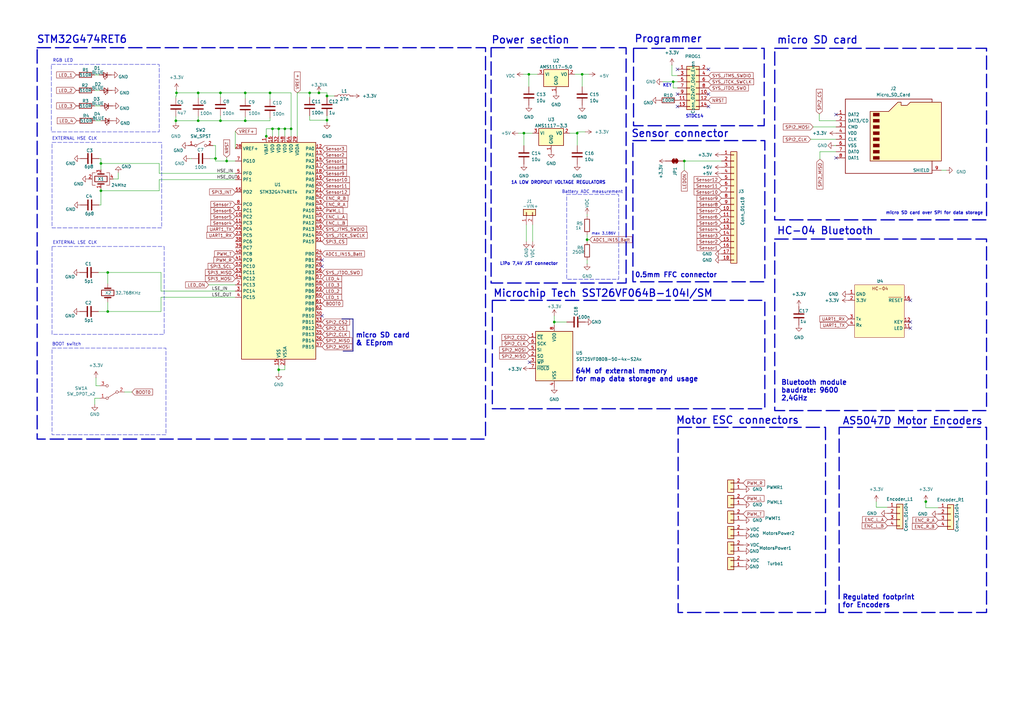
<source format=kicad_sch>
(kicad_sch (version 20231120) (generator "eeschema") (generator_version "8.0")
  (paper "A3")
  (junction (at 127 38.1))
  (junction (at 100.584 38.1))
  (junction (at 72.136 49.53))
  (junction (at 227.33 132.08))
  (junction (at 280.67 66.04))
  (junction (at 41.402 67.056))
  (junction (at 379.73 205.74))
  (junction (at 44.196 111.76))
  (junction (at 111.76 52.832))
  (junction (at 236.728 54.61))
  (junction (at 72.39 38.1))
  (junction (at 116.84 52.832))
  (junction (at 90.424 49.53))
  (junction (at 41.402 78.232))
  (junction (at 90.424 38.1))
  (junction (at 238.76 30.48))
  (junction (at 100.584 49.53))
  (junction (at 134.112 49.276))
  (junction (at 109.22 55.88))
  (junction (at 110.744 38.1))
  (junction (at 114.3 151.638))
  (junction (at 81.28 38.1))
  (junction (at 134.112 39.37))
  (junction (at 216.916 30.48))
  (junction (at 119.38 52.832))
  (junction (at 214.884 54.61))
  (junction (at 88.392 65.024))
  (junction (at 114.3 52.832))
  (junction (at 92.964 66.04))
  (junction (at 81.28 49.53))
  (junction (at 276.098 33.528))
  (junction (at 130.81 38.1))
  (junction (at 44.196 127.762))
  (junction (at 240.792 98.298))
  (no_connect (at 132.08 109.22))
  (no_connect (at 217.17 148.59))
  (no_connect (at 277.876 28.448))
  (no_connect (at 277.876 38.608))
  (no_connect (at 290.576 38.608))
  (no_connect (at 290.576 28.448))
  (no_connect (at 342.9 46.99))
  (no_connect (at 132.08 106.68))
  (no_connect (at 277.876 43.688))
  (no_connect (at 132.08 129.54))
  (no_connect (at 373.38 132.08))
  (no_connect (at 373.38 134.62))
  (no_connect (at 342.9 64.77))
  (no_connect (at 290.576 43.688))
  (no_connect (at 373.38 123.19))
  (wire (pts (xy 110.744 38.1) (xy 110.744 40.64)))
  (wire (pts (xy 40.894 163.322) (xy 38.862 163.322)))
  (wire (pts (xy 96.52 53.848) (xy 96.52 60.96)))
  (wire (pts (xy 109.22 55.88) (xy 109.22 52.832)))
  (wire (pts (xy 66.04 127.762) (xy 66.04 121.92)))
  (wire (pts (xy 66.04 121.92) (xy 96.52 121.92)))
  (wire (pts (xy 65.278 73.66) (xy 96.52 73.66)))
  (wire (pts (xy 127 39.878) (xy 127 38.1)))
  (wire (pts (xy 116.84 52.832) (xy 116.84 55.88)))
  (bus (pts (xy 144.78 130.81) (xy 144.78 144.018)))
  (wire (pts (xy 232.41 132.08) (xy 227.33 132.08)))
  (wire (pts (xy 111.76 55.88) (xy 111.76 52.832)))
  (wire (pts (xy 119.38 55.88) (xy 119.38 52.832)))
  (wire (pts (xy 66.04 119.38) (xy 66.04 111.76)))
  (wire (pts (xy 134.112 39.37) (xy 134.112 39.878)))
  (wire (pts (xy 332.486 57.15) (xy 342.9 57.15)))
  (wire (pts (xy 240.792 106.68) (xy 240.792 108.204)))
  (wire (pts (xy 81.28 47.752) (xy 81.28 49.53)))
  (wire (pts (xy 277.876 36.068) (xy 276.098 36.068)))
  (wire (pts (xy 72.39 39.37) (xy 72.136 39.37)))
  (wire (pts (xy 72.39 38.1) (xy 72.39 39.37)))
  (wire (pts (xy 240.792 87.884) (xy 240.792 88.646)))
  (wire (pts (xy 109.22 52.832) (xy 111.76 52.832)))
  (wire (pts (xy 41.402 84.074) (xy 40.64 84.074)))
  (bus (pts (xy 140.208 130.81) (xy 144.78 130.81)))
  (wire (pts (xy 216.916 30.48) (xy 220.472 30.48)))
  (wire (pts (xy 342.9 62.23) (xy 336.296 62.23)))
  (wire (pts (xy 72.136 47.752) (xy 72.136 49.53)))
  (wire (pts (xy 127 38.1) (xy 130.81 38.1)))
  (wire (pts (xy 114.3 52.832) (xy 114.3 55.88)))
  (wire (pts (xy 72.136 39.37) (xy 72.136 40.132)))
  (wire (pts (xy 137.16 39.37) (xy 134.112 39.37)))
  (wire (pts (xy 72.39 36.83) (xy 72.39 38.1)))
  (bus (pts (xy 144.78 144.018) (xy 140.716 144.018)))
  (wire (pts (xy 275.59 30.988) (xy 277.876 30.988)))
  (wire (pts (xy 40.386 127.762) (xy 44.196 127.762)))
  (wire (pts (xy 114.3 151.638) (xy 114.3 149.86)))
  (wire (pts (xy 236.728 54.61) (xy 236.728 59.69)))
  (wire (pts (xy 38.862 30.734) (xy 40.64 30.734)))
  (wire (pts (xy 215.9 92.202) (xy 215.9 99.06)))
  (wire (pts (xy 88.392 59.69) (xy 88.392 65.024)))
  (wire (pts (xy 77.724 65.024) (xy 78.486 65.024)))
  (wire (pts (xy 121.92 38.1) (xy 121.92 55.88)))
  (wire (pts (xy 236.728 54.102) (xy 240.03 54.102)))
  (wire (pts (xy 44.196 111.76) (xy 66.04 111.76)))
  (wire (pts (xy 110.744 38.1) (xy 100.584 38.1)))
  (wire (pts (xy 233.68 54.61) (xy 236.728 54.61)))
  (wire (pts (xy 88.392 59.69) (xy 87.376 59.69)))
  (wire (pts (xy 38.862 163.322) (xy 38.862 165.862)))
  (wire (pts (xy 110.744 48.26) (xy 110.744 49.53)))
  (wire (pts (xy 85.598 116.84) (xy 96.52 116.84)))
  (wire (pts (xy 114.3 151.638) (xy 116.84 151.638)))
  (wire (pts (xy 342.9 49.53) (xy 336.042 49.53)))
  (wire (pts (xy 240.792 98.298) (xy 241.808 98.298)))
  (wire (pts (xy 92.964 66.04) (xy 96.52 66.04)))
  (wire (pts (xy 65.278 67.056) (xy 41.402 67.056)))
  (wire (pts (xy 227.33 132.08) (xy 227.33 133.35)))
  (wire (pts (xy 90.424 38.1) (xy 90.424 39.878)))
  (wire (pts (xy 90.424 49.53) (xy 100.584 49.53)))
  (wire (pts (xy 92.964 64.516) (xy 92.964 66.04)))
  (wire (pts (xy 88.392 65.024) (xy 86.106 65.024)))
  (wire (pts (xy 90.424 47.498) (xy 90.424 49.53)))
  (wire (pts (xy 109.22 56.134) (xy 109.22 55.88)))
  (wire (pts (xy 119.38 52.832) (xy 119.38 38.1)))
  (wire (pts (xy 65.278 67.056) (xy 65.278 71.12)))
  (wire (pts (xy 238.76 30.48) (xy 241.554 30.48)))
  (wire (pts (xy 336.042 46.736) (xy 336.042 49.53)))
  (wire (pts (xy 134.112 47.498) (xy 134.112 49.276)))
  (wire (pts (xy 121.92 38.1) (xy 127 38.1)))
  (wire (pts (xy 90.424 38.1) (xy 81.28 38.1)))
  (wire (pts (xy 116.84 151.638) (xy 116.84 149.86)))
  (wire (pts (xy 280.67 66.04) (xy 295.91 66.04)))
  (wire (pts (xy 130.81 38.1) (xy 134.112 38.1)))
  (wire (pts (xy 235.712 30.48) (xy 238.76 30.48)))
  (wire (pts (xy 72.39 38.1) (xy 81.28 38.1)))
  (wire (pts (xy 41.402 77.216) (xy 41.402 78.232)))
  (wire (pts (xy 218.44 92.202) (xy 218.44 99.06)))
  (wire (pts (xy 72.136 49.53) (xy 81.28 49.53)))
  (wire (pts (xy 214.63 30.48) (xy 216.916 30.48)))
  (wire (pts (xy 276.098 33.528) (xy 277.876 33.528)))
  (wire (pts (xy 65.278 73.66) (xy 65.278 78.232)))
  (wire (pts (xy 342.9 59.69) (xy 342.138 59.69)))
  (wire (pts (xy 38.862 37.084) (xy 40.894 37.084)))
  (wire (pts (xy 127 49.276) (xy 134.112 49.276)))
  (wire (pts (xy 134.112 38.1) (xy 134.112 39.37)))
  (wire (pts (xy 134.112 49.276) (xy 134.112 50.292)))
  (wire (pts (xy 114.3 52.832) (xy 116.84 52.832)))
  (wire (pts (xy 65.278 78.232) (xy 41.402 78.232)))
  (wire (pts (xy 72.136 50.292) (xy 72.136 49.53)))
  (wire (pts (xy 379.73 208.28) (xy 384.81 208.28)))
  (wire (pts (xy 66.04 119.38) (xy 96.52 119.38)))
  (wire (pts (xy 114.3 153.162) (xy 114.3 151.638)))
  (wire (pts (xy 386.08 69.85) (xy 388.112 69.85)))
  (wire (pts (xy 240.792 98.298) (xy 240.792 99.06)))
  (wire (pts (xy 100.584 49.53) (xy 110.744 49.53)))
  (wire (pts (xy 40.894 158.242) (xy 39.37 158.242)))
  (wire (pts (xy 100.584 48.006) (xy 100.584 49.53)))
  (wire (pts (xy 214.884 54.61) (xy 218.44 54.61)))
  (wire (pts (xy 111.76 52.832) (xy 114.3 52.832)))
  (wire (pts (xy 100.584 38.1) (xy 90.424 38.1)))
  (wire (pts (xy 51.054 160.782) (xy 54.102 160.782)))
  (wire (pts (xy 40.386 111.76) (xy 44.196 111.76)))
  (wire (pts (xy 336.296 62.23) (xy 336.296 65.278)))
  (wire (pts (xy 48.514 73.406) (xy 46.482 73.406)))
  (wire (pts (xy 275.59 26.67) (xy 275.59 30.988)))
  (wire (pts (xy 359.41 205.74) (xy 359.41 208.026)))
  (wire (pts (xy 44.196 116.332) (xy 44.196 111.76)))
  (wire (pts (xy 214.884 54.61) (xy 214.884 59.69)))
  (wire (pts (xy 81.28 38.1) (xy 81.28 40.132)))
  (wire (pts (xy 359.41 208.026) (xy 363.982 208.026)))
  (wire (pts (xy 44.196 123.952) (xy 44.196 127.762)))
  (wire (pts (xy 38.862 43.434) (xy 41.148 43.434)))
  (wire (pts (xy 81.28 49.53) (xy 90.424 49.53)))
  (wire (pts (xy 271.78 33.528) (xy 276.098 33.528)))
  (wire (pts (xy 116.84 52.832) (xy 119.38 52.832)))
  (wire (pts (xy 240.792 96.266) (xy 240.792 98.298)))
  (wire (pts (xy 379.73 205.74) (xy 379.73 208.28)))
  (wire (pts (xy 280.67 69.85) (xy 280.67 66.04)))
  (wire (pts (xy 41.402 65.024) (xy 41.402 67.056)))
  (wire (pts (xy 39.116 49.53) (xy 41.402 49.53)))
  (wire (pts (xy 48.514 70.866) (xy 48.514 73.406)))
  (wire (pts (xy 39.37 154.94) (xy 39.37 158.242)))
  (wire (pts (xy 119.38 38.1) (xy 110.744 38.1)))
  (wire (pts (xy 276.098 36.068) (xy 276.098 33.528)))
  (wire (pts (xy 127 49.276) (xy 127 47.498)))
  (wire (pts (xy 88.392 66.04) (xy 88.392 65.024)))
  (wire (pts (xy 236.728 54.102) (xy 236.728 54.61)))
  (wire (pts (xy 44.196 127.762) (xy 66.04 127.762)))
  (wire (pts (xy 41.402 67.056) (xy 41.402 69.596)))
  (wire (pts (xy 333.502 52.07) (xy 342.9 52.07)))
  (wire (pts (xy 41.402 78.232) (xy 41.402 84.074)))
  (wire (pts (xy 212.598 54.61) (xy 214.884 54.61)))
  (wire (pts (xy 216.916 30.48) (xy 216.916 35.56)))
  (wire (pts (xy 227.33 129.54) (xy 227.33 132.08)))
  (wire (pts (xy 238.76 30.48) (xy 238.76 35.56)))
  (wire (pts (xy 65.278 71.12) (xy 96.52 71.12)))
  (wire (pts (xy 379.73 205.486) (xy 379.73 205.74)))
  (wire (pts (xy 92.964 66.04) (xy 88.392 66.04)))
  (wire (pts (xy 100.584 38.1) (xy 100.584 40.386)))
  (wire (pts (xy 40.64 65.024) (xy 41.402 65.024)))
  (rectangle (start 317.754 19.812) (end 404.622 90.17) (stroke (width 0.5) (type dash)))
  (rectangle (start 317.754 98.044) (end 404.622 168.402) (stroke (width 0.5) (type dash)))
  (rectangle (start 259.588 57.658) (end 313.69 115.57) (stroke (width 0.5) (type dash)))
  (rectangle (start 21.336 142.748) (end 68.072 178.308) (stroke (width 0) (type dash)))
  (rectangle (start 21.082 26.416) (end 65.278 54.102) (stroke (width 0) (type dash)))
  (rectangle (start 201.93 123.19) (end 313.69 167.64) (stroke (width 0.5) (type dash)))
  (rectangle (start 21.336 58.42) (end 66.294 93.472) (stroke (width 0) (type dash)))
  (rectangle (start 344.17 175.26) (end 404.622 251.206) (stroke (width 0.5) (type dash)))
  (rectangle (start 21.336 101.092) (end 67.31 137.16) (stroke (width 0) (type dash)))
  (rectangle (start 15.24 19.558) (end 199.136 180.086) (stroke (width 0.5) (type dash)))
  (rectangle (start 232.41 79.756) (end 253.746 114.554) (stroke (width 0) (type dash)))
  (rectangle (start 278.13 175.26) (end 338.582 251.206) (stroke (width 0.5) (type dash)))
  (rectangle (start 201.422 19.558) (end 256.794 116.078) (stroke (width 0.5) (type dash)))
  (rectangle (start 259.842 19.812) (end 313.436 51.562) (stroke (width 0.5) (type dash)))
  (text "Bluetooth module\nbaudrate: 9600\n2,4GHz" (at 320.294 164.592 0) (effects (font (size 2 2) (thickness 0.4) (bold yes)) (justify left bottom)))
  (text "Regulated footprint\nfor Encoders" (at 345.44 249.428 0) (effects (font (size 2 2) (thickness 0.4) (bold yes)) (justify left bottom)))
  (text "RGB LED " (at 21.59 25.654 0) (effects (font (size 1.27 1.27)) (justify left bottom)))
  (text "HC-04 Bluetooth" (at 318.516 96.52 0) (effects (font (size 3 3) (thickness 0.454) (bold yes)) (justify left bottom)))
  (text "EXTERNAL LSE CLK" (at 21.59 100.33 0) (effects (font (size 1.27 1.27)) (justify left bottom)))
  (text "max 3,186V" (at 242.57 96.52 0) (effects (font (size 1.1 1.1)) (justify left bottom)))
  (text "EXTERNAL HSE CLK" (at 21.336 57.658 0) (effects (font (size 1.27 1.27)) (justify left bottom)))
  (text "micro SD card \n& EEprom\n" (at 145.796 141.986 0) (effects (font (size 2 2) (thickness 0.4) (bold yes)) (justify left bottom)))
  (text "LiPo 7,4V JST connector\n" (at 204.978 108.966 0) (effects (font (size 1.27 1.27) (thickness 0.254) (bold yes)) (justify left bottom)))
  (text "64M of external memory \nfor map data storage and usage" (at 235.966 156.718 0) (effects (font (size 2 2) (thickness 0.4) (bold yes)) (justify left bottom)))
  (text "1A LOW DROPOUT VOLTAGE REGULATORS" (at 209.55 75.692 0) (effects (font (size 1.27 1.27) (thickness 0.254) (bold yes)) (justify left bottom)))
  (text "Motor ESC connectors" (at 277.114 174.244 0) (effects (font (size 3 3) (thickness 0.454) (bold yes)) (justify left bottom)))
  (text "micro SD card" (at 318.516 18.288 0) (effects (font (size 3 3) (thickness 0.454) (bold yes)) (justify left bottom)))
  (text "Sensor connector" (at 258.826 56.642 0) (effects (font (size 3 3) (thickness 0.454) (bold yes)) (justify left bottom)))
  (text "STDC14" (at 281.178 48.514 0) (effects (font (size 1.27 1.27) (thickness 0.254) (bold yes)) (justify left bottom)))
  (text "AS5047D Motor Encoders" (at 345.44 174.498 0) (effects (font (size 3 3) (thickness 0.454) (bold yes)) (justify left bottom)))
  (text "BOOT switch" (at 21.336 141.986 0) (effects (font (size 1.27 1.27)) (justify left bottom)))
  (text "Microchip Tech SST26VF064B-104I/SM" (at 202.184 122.174 0) (effects (font (size 3 3) (thickness 0.454) (bold yes)) (justify left bottom)))
  (text "Power section" (at 201.422 18.288 0) (effects (font (size 3 3) (thickness 0.454) (bold yes)) (justify left bottom)))
  (text "KEY" (at 271.78 35.814 0) (effects (font (size 1.27 1.27) (bold yes)) (justify left bottom)))
  (text "0.5mm FFC connector\n" (at 260.35 114.046 0) (effects (font (size 2 2) (thickness 0.4) (bold yes)) (justify left bottom)))
  (text "Programmer" (at 260.096 17.78 0) (effects (font (size 3 3) (thickness 0.454) (bold yes)) (justify left bottom)))
  (text "STM32G474RET6" (at 14.986 18.034 0) (effects (font (size 3 3) (thickness 0.454) (bold yes)) (justify left bottom)))
  (text "micro SD card over SPI for data storage" (at 363.22 88.138 0) (effects (font (size 1.27 1.27) (thickness 0.254) (bold yes)) (justify left bottom)))
  (text "Battery ADC measurement" (at 230.378 79.502 0) (effects (font (size 1.27 1.27)) (justify left bottom)))
  (label "HSE_OUT" (at 88.9 73.66 0))
  (label "LSE_IN" (at 86.868 119.38 0))
  (label "LSE_OUT" (at 86.868 121.92 0))
  (label "HSE_IN" (at 88.9 71.12 0))
  (global_label "Sensor8" (shape input) (at 295.91 83.82 180) (property "Intersheetrefs" "${INTERSHEET_REFS}" (effects (hide yes))))
  (global_label "Sensor4" (shape input) (at 295.91 93.98 180) (property "Intersheetrefs" "${INTERSHEET_REFS}" (effects (hide yes))))
  (global_label "Sensor3" (shape input) (at 132.08 60.96 0) (property "Intersheetrefs" "${INTERSHEET_REFS}" (effects (hide yes))))
  (global_label "LEDON" (shape input) (at 280.67 69.85 270) (property "Intersheetrefs" "${INTERSHEET_REFS}" (effects (hide yes))))
  (global_label "UART1_TX" (shape input) (at 96.52 93.98 180) (property "Intersheetrefs" "${INTERSHEET_REFS}" (effects (hide yes))))
  (global_label "SYS_JTDO_SWO" (shape input) (at 132.08 111.76 0) (property "Intersheetrefs" "${INTERSHEET_REFS}" (effects (hide yes))))
  (global_label "SYS_JTMS_SWDIO" (shape input) (at 132.08 93.98 0) (property "Intersheetrefs" "${INTERSHEET_REFS}" (effects (hide yes))))
  (global_label "UART1_RX" (shape input) (at 347.98 130.81 180) (property "Intersheetrefs" "${INTERSHEET_REFS}" (effects (hide yes))))
  (global_label "Sensor9" (shape input) (at 295.91 81.28 180) (property "Intersheetrefs" "${INTERSHEET_REFS}" (effects (hide yes))))
  (global_label "SPI3_SCL" (shape input) (at 96.52 109.22 180) (property "Intersheetrefs" "${INTERSHEET_REFS}" (effects (hide yes))))
  (global_label "SPI3_MOSI" (shape input) (at 96.52 114.3 180) (property "Intersheetrefs" "${INTERSHEET_REFS}" (effects (hide yes))))
  (global_label "LED_4" (shape input) (at 31.496 49.53 180) (property "Intersheetrefs" "${INTERSHEET_REFS}" (effects (hide yes))))
  (global_label "Sensor8" (shape input) (at 132.08 68.58 0) (property "Intersheetrefs" "${INTERSHEET_REFS}" (effects (hide yes))))
  (global_label "BOOT0" (shape input) (at 54.102 160.782 0) (property "Intersheetrefs" "${INTERSHEET_REFS}" (effects (hide yes))))
  (global_label "ENC_L_B" (shape input) (at 132.08 91.44 0) (property "Intersheetrefs" "${INTERSHEET_REFS}" (effects (hide yes))))
  (global_label "LED_3" (shape input) (at 132.08 116.84 0) (property "Intersheetrefs" "${INTERSHEET_REFS}" (effects (hide yes))))
  (global_label "PWM_L" (shape input) (at 132.08 86.36 0) (property "Intersheetrefs" "${INTERSHEET_REFS}" (effects (hide yes))))
  (global_label "PWM_R" (shape input) (at 304.8 198.12 0) (property "Intersheetrefs" "${INTERSHEET_REFS}" (effects (hide yes))))
  (global_label "ADC1_IN15_Batt" (shape input) (at 132.08 104.14 0) (property "Intersheetrefs" "${INTERSHEET_REFS}" (effects (hide yes))))
  (global_label "ENC_R_B" (shape input) (at 132.08 81.28 0) (property "Intersheetrefs" "${INTERSHEET_REFS}" (effects (hide yes))))
  (global_label "Sensor2" (shape input) (at 132.08 63.5 0) (property "Intersheetrefs" "${INTERSHEET_REFS}" (effects (hide yes))))
  (global_label "Sensor11" (shape input) (at 132.08 76.2 0) (property "Intersheetrefs" "${INTERSHEET_REFS}" (effects (hide yes))))
  (global_label "SPI2_CS" (shape input) (at 336.042 46.736 90) (property "Intersheetrefs" "${INTERSHEET_REFS}" (effects (hide yes))))
  (global_label "LED_4" (shape input) (at 132.08 114.3 0) (property "Intersheetrefs" "${INTERSHEET_REFS}" (effects (hide yes))))
  (global_label "LED_3" (shape input) (at 31.242 43.434 180) (property "Intersheetrefs" "${INTERSHEET_REFS}" (effects (hide yes))))
  (global_label "Sensor6" (shape input) (at 295.91 88.9 180) (property "Intersheetrefs" "${INTERSHEET_REFS}" (effects (hide yes))))
  (global_label "ENC_R_A" (shape input) (at 132.08 83.82 0) (property "Intersheetrefs" "${INTERSHEET_REFS}" (effects (hide yes))))
  (global_label "ENC_L_B" (shape input) (at 363.982 215.646 180) (property "Intersheetrefs" "${INTERSHEET_REFS}" (effects (hide yes))))
  (global_label "ENC_R_A" (shape input) (at 384.81 213.36 180) (property "Intersheetrefs" "${INTERSHEET_REFS}" (effects (hide yes))))
  (global_label "UART1_TX" (shape input) (at 347.98 133.35 180) (property "Intersheetrefs" "${INTERSHEET_REFS}" (effects (hide yes))))
  (global_label "SPI2_MISO" (shape input) (at 217.17 146.05 180) (property "Intersheetrefs" "${INTERSHEET_REFS}" (effects (hide yes))))
  (global_label "LED_1" (shape input) (at 132.08 121.92 0) (property "Intersheetrefs" "${INTERSHEET_REFS}" (effects (hide yes))))
  (global_label "SPI3_CS" (shape input) (at 132.08 99.06 0) (property "Intersheetrefs" "${INTERSHEET_REFS}" (effects (hide yes))))
  (global_label "Sensor7" (shape input) (at 96.52 83.82 180) (property "Intersheetrefs" "${INTERSHEET_REFS}" (effects (hide yes))))
  (global_label "SPI2_MISO" (shape input) (at 132.08 139.7 0) (property "Intersheetrefs" "${INTERSHEET_REFS}" (effects (hide yes))))
  (global_label "SPI2_CLK" (shape input) (at 132.08 137.16 0) (property "Intersheetrefs" "${INTERSHEET_REFS}" (effects (hide yes))))
  (global_label "SYS_JTDO_SWO" (shape input) (at 290.576 36.068 0) (property "Intersheetrefs" "${INTERSHEET_REFS}" (effects (hide yes))))
  (global_label "LED_2" (shape input) (at 31.242 37.084 180) (property "Intersheetrefs" "${INTERSHEET_REFS}" (effects (hide yes))))
  (global_label "Sensor5" (shape input) (at 96.52 88.9 180) (property "Intersheetrefs" "${INTERSHEET_REFS}" (effects (hide yes))))
  (global_label "PWM_T" (shape input) (at 304.8 210.82 0) (property "Intersheetrefs" "${INTERSHEET_REFS}" (effects (hide yes))))
  (global_label "SPI2_MOSI" (shape input) (at 217.17 143.51 180) (property "Intersheetrefs" "${INTERSHEET_REFS}" (effects (hide yes))))
  (global_label "VREF+" (shape input) (at 121.92 38.1 90) (property "Intersheetrefs" "${INTERSHEET_REFS}" (effects (hide yes))))
  (global_label "SYS_JTCK_SWCLK" (shape input) (at 290.576 33.528 0) (property "Intersheetrefs" "${INTERSHEET_REFS}" (effects (hide yes))))
  (global_label "Sensor7" (shape input) (at 295.91 86.36 180) (property "Intersheetrefs" "${INTERSHEET_REFS}" (effects (hide yes))))
  (global_label "BOOT0" (shape input) (at 132.08 124.46 0) (property "Intersheetrefs" "${INTERSHEET_REFS}" (effects (hide yes))))
  (global_label "PWM_R" (shape input) (at 96.52 106.68 180) (property "Intersheetrefs" "${INTERSHEET_REFS}" (effects (hide yes))))
  (global_label "Sensor11" (shape input) (at 295.91 76.2 180) (property "Intersheetrefs" "${INTERSHEET_REFS}" (effects (hide yes))))
  (global_label "Sensor3" (shape input) (at 295.91 96.52 180) (property "Intersheetrefs" "${INTERSHEET_REFS}" (effects (hide yes))))
  (global_label "Sensor12" (shape input) (at 295.91 73.66 180) (property "Intersheetrefs" "${INTERSHEET_REFS}" (effects (hide yes))))
  (global_label "UART1_RX" (shape input) (at 96.52 96.52 180) (property "Intersheetrefs" "${INTERSHEET_REFS}" (effects (hide yes))))
  (global_label "Sensor9" (shape input) (at 132.08 71.12 0) (property "Intersheetrefs" "${INTERSHEET_REFS}" (effects (hide yes))))
  (global_label "Sensor1" (shape input) (at 295.91 101.6 180) (property "Intersheetrefs" "${INTERSHEET_REFS}" (effects (hide yes))))
  (global_label "SPI2_CS" (shape input) (at 132.08 134.62 0) (property "Intersheetrefs" "${INTERSHEET_REFS}" (effects (hide yes))))
  (global_label "ENC_R_B" (shape input) (at 384.81 215.9 180) (property "Intersheetrefs" "${INTERSHEET_REFS}" (effects (hide yes))))
  (global_label "ENC_L_A" (shape input) (at 132.08 88.9 0) (property "Intersheetrefs" "${INTERSHEET_REFS}" (effects (hide yes))))
  (global_label "ENC_L_A" (shape input) (at 363.982 213.106 180) (property "Intersheetrefs" "${INTERSHEET_REFS}" (effects (hide yes))))
  (global_label "Sensor4" (shape input) (at 96.52 91.44 180) (property "Intersheetrefs" "${INTERSHEET_REFS}" (effects (hide yes))))
  (global_label "SPI2_MISO" (shape input) (at 336.296 65.278 270) (property "Intersheetrefs" "${INTERSHEET_REFS}" (effects (hide yes))))
  (global_label "LED_1" (shape input) (at 31.242 30.734 180) (property "Intersheetrefs" "${INTERSHEET_REFS}" (effects (hide yes))))
  (global_label "SPI2_MOSI" (shape input) (at 132.08 142.24 0) (property "Intersheetrefs" "${INTERSHEET_REFS}" (effects (hide yes))))
  (global_label "NRST" (shape input) (at 92.964 64.516 90) (property "Intersheetrefs" "${INTERSHEET_REFS}" (effects (hide yes))))
  (global_label "VREF+" (shape input) (at 96.52 53.848 0) (property "Intersheetrefs" "${INTERSHEET_REFS}" (effects (hide yes))))
  (global_label "SYS_JTCK_SWCLK" (shape input) (at 132.08 96.52 0) (property "Intersheetrefs" "${INTERSHEET_REFS}" (effects (hide yes))))
  (global_label "SPI2_CLK" (shape input) (at 332.486 57.15 180) (property "Intersheetrefs" "${INTERSHEET_REFS}" (effects (hide yes))))
  (global_label "Sensor12" (shape input) (at 132.08 78.74 0) (property "Intersheetrefs" "${INTERSHEET_REFS}" (effects (hide yes))))
  (global_label "SPI2_MOSI" (shape input) (at 333.502 52.07 180) (property "Intersheetrefs" "${INTERSHEET_REFS}" (effects (hide yes))))
  (global_label "SYS_JTMS_SWDIO" (shape input) (at 290.576 30.988 0) (property "Intersheetrefs" "${INTERSHEET_REFS}" (effects (hide yes))))
  (global_label "LED_2" (shape input) (at 132.08 119.38 0) (property "Intersheetrefs" "${INTERSHEET_REFS}" (effects (hide yes))))
  (global_label "SPI2_CLK" (shape input) (at 217.17 140.97 180) (property "Intersheetrefs" "${INTERSHEET_REFS}" (effects (hide yes))))
  (global_label "Sensor5" (shape input) (at 295.91 91.44 180) (property "Intersheetrefs" "${INTERSHEET_REFS}" (effects (hide yes))))
  (global_label "SPI2_CS2" (shape input) (at 132.08 132.08 0) (property "Intersheetrefs" "${INTERSHEET_REFS}" (effects (hide yes))))
  (global_label "SPI3_INT" (shape input) (at 96.52 78.74 180) (property "Intersheetrefs" "${INTERSHEET_REFS}" (effects (hide yes))))
  (global_label "PWM_L" (shape input) (at 304.8 204.47 0) (property "Intersheetrefs" "${INTERSHEET_REFS}" (effects (hide yes))))
  (global_label "Sensor10" (shape input) (at 132.08 73.66 0) (property "Intersheetrefs" "${INTERSHEET_REFS}" (effects (hide yes))))
  (global_label "Sensor10" (shape input) (at 295.91 78.74 180) (property "Intersheetrefs" "${INTERSHEET_REFS}" (effects (hide yes))))
  (global_label "Sensor2" (shape input) (at 295.91 99.06 180) (property "Intersheetrefs" "${INTERSHEET_REFS}" (effects (hide yes))))
  (global_label "LED_ON" (shape input) (at 85.598 116.84 180) (property "Intersheetrefs" "${INTERSHEET_REFS}" (effects (hide yes))))
  (global_label "NRST" (shape input) (at 290.576 41.148 0) (property "Intersheetrefs" "${INTERSHEET_REFS}" (effects (hide yes))))
  (global_label "Sensor6" (shape input) (at 96.52 86.36 180) (property "Intersheetrefs" "${INTERSHEET_REFS}" (effects (hide yes))))
  (global_label "SPI2_CS2" (shape input) (at 217.17 138.43 180) (property "Intersheetrefs" "${INTERSHEET_REFS}" (effects (hide yes))))
  (global_label "Sensor1" (shape input) (at 132.08 66.04 0) (property "Intersheetrefs" "${INTERSHEET_REFS}" (effects (hide yes))))
  (global_label "ADC1_IN15_Batt" (shape input) (at 241.808 98.298 0) (property "Intersheetrefs" "${INTERSHEET_REFS}" (effects (hide yes))))
  (global_label "PWM_T" (shape input) (at 96.52 104.14 180) (property "Intersheetrefs" "${INTERSHEET_REFS}" (effects (hide yes))))
  (global_label "SPI3_MISO" (shape input) (at 96.52 111.76 180) (property "Intersheetrefs" "${INTERSHEET_REFS}" (effects (hide yes))))
  (symbol (lib_id "Device:LED_Small") (at 43.942 49.53 180) (unit 1)
    (property "Reference" "D4" (at 39.878 46.736 0))
    (property "Value" "BLUE" (at 40.386 48.514 0))
    (property "Footprint" "LED_SMD:LED_0603_1608Metric" (effects (hide yes)))
    (property "LCSC Part #" "C72041" (effects (hide yes)))
  )
  (symbol (lib_id "Device:R") (at 240.792 102.87 180) (unit 1)
    (property "Reference" "R6" (at 237.998 101.6 0))
    (property "Value" "250R" (at 237.236 103.378 0))
    (property "Footprint" "Resistor_SMD:R_0603_1608Metric" (effects (hide yes)))
  )
  (symbol (lib_id "power:GND") (at 46.482 49.53 90) (unit 1)
    (property "Reference" "#PWR011" (effects (hide yes)))
    (property "Value" "GND" (at 49.276 50.546 90) (effects (justify right)))
  )
  (symbol (lib_id "power:VDC") (at 304.8 229.87 270) (unit 1)
    (property "Reference" "#PWR066" (effects (hide yes)))
    (property "Value" "VDC" (at 309.626 229.87 90))
  )
  (symbol (lib_id "power:+5V") (at 295.91 68.58 90) (unit 1)
    (property "Reference" "#PWR055" (effects (hide yes)))
    (property "Value" "+5V" (at 290.068 68.58 90))
    (property "Description" "Power symbol creates a global label with name \"+5V\"" (effects (hide yes)))
  )
  (symbol (lib_id "power:GND") (at 45.974 37.084 90) (unit 1)
    (property "Reference" "#PWR09" (effects (hide yes)))
    (property "Value" "GND" (at 49.022 38.1 90) (effects (justify right)))
  )
  (symbol (lib_id "power:+3.3V") (at 295.91 63.5 90) (unit 1)
    (property "Reference" "#PWR057" (effects (hide yes)))
    (property "Value" "+3.3V" (at 292.1 63.4999 90) (effects (justify left)))
    (property "Description" "Power symbol creates a global label with name \"+3.3V\"" (effects (hide yes)))
  )
  (symbol (lib_id "Device:C") (at 36.83 84.074 90) (unit 1)
    (property "Reference" "C4" (at 37.846 80.518 90) (effects (justify left)))
    (property "Value" "6p8" (at 38.608 87.63 90) (effects (justify left)))
    (property "Footprint" "Capacitor_SMD:C_0603_1608Metric" (effects (hide yes)))
  )
  (symbol (lib_id "power:VDC") (at 218.44 99.06 180) (unit 1)
    (property "Reference" "#PWR023" (effects (hide yes)))
    (property "Value" "VDC" (at 218.44 103.886 90))
  )
  (symbol (lib_id "power:+3.3V") (at 347.98 123.19 90) (unit 1)
    (property "Reference" "#PWR040" (effects (hide yes)))
    (property "Value" "+3.3V" (at 344.17 123.1899 90) (effects (justify left)))
    (property "Description" "Power symbol creates a global label with name \"+3.3V\"" (effects (hide yes)))
  )
  (symbol (lib_id "Device:R") (at 240.792 92.456 180) (unit 1)
    (property "Reference" "R5" (at 237.744 91.694 0))
    (property "Value" "1k" (at 237.236 93.472 0))
    (property "Footprint" "Resistor_SMD:R_0603_1608Metric" (effects (hide yes)))
  )
  (symbol (lib_id "MCU_ST_STM32G4:STM32G474RETx") (at 114.3 104.14 0) (unit 1)
    (property "Reference" "U1" (at 112.522 75.692 0) (effects (justify left)))
    (property "Value" "STM32G474RETx" (at 106.426 78.74 0) (effects (justify left)))
    (property "Footprint" "Package_QFP:LQFP-64_10x10mm_P0.5mm" (effects (hide yes)))
    (property "Datasheet" "https://www.st.com/resource/en/datasheet/stm32g474re.pdf" (effects (hide yes)))
  )
  (symbol (lib_id "power:+3.3V") (at 273.05 66.04 90) (unit 1)
    (property "Reference" "#PWR054" (effects (hide yes)))
    (property "Value" "+3.3V" (at 271.018 70.358 0))
    (property "Description" "Power symbol creates a global label with name \"+3.3V\"" (effects (hide yes)))
  )
  (symbol (lib_id "power:VDC") (at 304.8 217.17 270) (unit 1)
    (property "Reference" "#PWR063" (effects (hide yes)))
    (property "Value" "VDC" (at 309.626 217.17 90))
  )
  (symbol (lib_id "power:GND") (at 236.728 67.31 0) (unit 1)
    (property "Reference" "#PWR030" (effects (hide yes)))
    (property "Value" "GND" (at 236.728 72.136 0))
  )
  (symbol (lib_id "Connector_Generic:Conn_01x02") (at 299.72 232.41 180) (unit 1)
    (property "Reference" "Turbo1" (at 318.008 231.14 0))
    (property "Value" "Conn_01x02" (effects (hide yes)))
    (property "Footprint" "APhotonLibrary:PowerConn" (effects (hide yes)))
    (property "Description" "Generic connector, single row, 01x02, script generated (kicad-library-utils/schlib/autogen/connector/)" (effects (hide yes)))
  )
  (symbol (lib_id "Device:C") (at 90.424 43.688 0) (unit 1)
    (property "Reference" "C8" (at 91.44 41.656 0) (effects (justify left)))
    (property "Value" "100n" (at 91.186 46.482 0) (effects (justify left)))
    (property "Footprint" "Capacitor_SMD:C_0603_1608Metric" (effects (hide yes)))
  )
  (symbol (lib_id "power:GND") (at 304.8 219.71 90) (unit 1)
    (property "Reference" "#PWR062" (effects (hide yes)))
    (property "Value" "GND" (at 309.372 219.71 90))
  )
  (symbol (lib_id "power:GND") (at 45.72 30.734 90) (unit 1)
    (property "Reference" "#PWR08" (effects (hide yes)))
    (property "Value" "GND" (at 48.514 31.496 90) (effects (justify right)))
  )
  (symbol (lib_id "Connector:Micro_SD_Card") (at 365.76 54.61 0) (unit 1)
    (property "Reference" "J2" (at 366.395 36.322 0))
    (property "Value" "Micro_SD_Card" (at 366.395 38.862 0))
    (property "Footprint" "APhotonLibrary:SdCard" (effects (hide yes)))
    (property "Datasheet" "http://katalog.we-online.de/em/datasheet/693072010801.pdf" (effects (hide yes)))
  )
  (symbol (lib_id "power:GND") (at 134.112 50.292 0) (unit 1)
    (property "Reference" "#PWR019" (effects (hide yes)))
    (property "Value" "GND" (at 134.112 55.88 0))
  )
  (symbol (lib_id "power:GND") (at 77.216 59.69 270) (unit 1)
    (property "Reference" "#PWR015" (effects (hide yes)))
    (property "Value" "GND" (at 75.184 61.722 90) (effects (justify right)))
  )
  (symbol (lib_id "power:+3.3V") (at 379.73 205.74 0) (unit 1)
    (property "Reference" "#PWR047" (effects (hide yes)))
    (property "Value" "+3.3V" (at 379.73 200.66 0))
    (property "Description" "Power symbol creates a global label with name \"+3.3V\"" (effects (hide yes)))
  )
  (symbol (lib_id "power:+3.3V") (at 39.37 154.94 0) (unit 1)
    (property "Reference" "#PWR06" (effects (hide yes)))
    (property "Value" "+3.3V" (at 39.37 149.86 0))
    (property "Description" "Power symbol creates a global label with name \"+3.3V\"" (effects (hide yes)))
  )
  (symbol (lib_id "power:+3.3VA") (at 130.81 38.1 0) (unit 1)
    (property "Reference" "#PWR018" (effects (hide yes)))
    (property "Value" "+3.3VA" (at 130.81 34.798 0))
  )
  (symbol (lib_id "power:GND") (at 32.766 111.76 270) (unit 1)
    (property "Reference" "#PWR01" (effects (hide yes)))
    (property "Value" "GND" (at 30.734 113.538 90) (effects (justify right)))
  )
  (symbol (lib_id "Device:C") (at 81.28 43.942 0) (unit 1)
    (property "Reference" "C6" (at 82.042 41.91 0) (effects (justify left)))
    (property "Value" "100n" (at 82.042 46.482 0) (effects (justify left)))
    (property "Footprint" "Capacitor_SMD:C_0603_1608Metric" (effects (hide yes)))
  )
  (symbol (lib_id "power:GND") (at 215.9 99.06 0) (unit 1)
    (property "Reference" "#PWR026" (effects (hide yes)))
    (property "Value" "GND" (at 215.9 103.632 90))
  )
  (symbol (lib_id "Device:LED_Small") (at 43.688 43.434 180) (unit 1)
    (property "Reference" "D3" (at 39.624 40.64 0))
    (property "Value" "BLUE" (at 40.132 42.418 0))
    (property "Footprint" "LED_SMD:LED_0603_1608Metric" (effects (hide yes)))
    (property "LCSC Part #" "C72041" (effects (hide yes)))
  )
  (symbol (lib_id "power:GND") (at 36.322 73.406 270) (unit 1)
    (property "Reference" "#PWR05" (effects (hide yes)))
    (property "Value" "GND" (at 34.29 75.438 90) (effects (justify right)))
  )
  (symbol (lib_id "Device:LED_Small") (at 43.434 37.084 180) (unit 1)
    (property "Reference" "D2" (at 40.132 34.544 0))
    (property "Value" "BLUE" (at 40.132 36.068 0))
    (property "Footprint" "LED_SMD:LED_0603_1608Metric" (effects (hide yes)))
    (property "LCSC Part #" "C72041" (effects (hide yes)))
  )
  (symbol (lib_id "Device:C") (at 36.576 111.76 90) (unit 1)
    (property "Reference" "C1" (at 37.592 108.204 90) (effects (justify left)))
    (property "Value" "5p1" (at 38.354 115.316 90) (effects (justify left)))
    (property "Footprint" "Capacitor_SMD:C_0603_1608Metric" (effects (hide yes)))
  )
  (symbol (lib_id "power:GND") (at 304.8 232.41 90) (unit 1)
    (property "Reference" "#PWR067" (effects (hide yes)))
    (property "Value" "GND" (at 309.372 232.41 90))
  )
  (symbol (lib_id "Device:R") (at 35.306 49.53 270) (unit 1)
    (property "Reference" "R4" (at 35.306 47.498 90))
    (property "Value" "510R" (at 35.306 49.53 90))
    (property "Footprint" "Resistor_SMD:R_0603_1608Metric" (effects (hide yes)))
  )
  (symbol (lib_id "power:+3.3V") (at 217.17 151.13 90) (unit 1)
    (property "Reference" "#PWR058" (effects (hide yes)))
    (property "Value" "+3.3V" (at 211.074 151.384 90))
    (property "Description" "Power symbol creates a global label with name \"+3.3V\"" (effects (hide yes)))
  )
  (symbol (lib_id "power:+3.3V") (at 275.59 26.67 0) (unit 1)
    (property "Reference" "#PWR053" (effects (hide yes)))
    (property "Value" "+3.3V" (at 275.59 21.59 0))
    (property "Description" "Power symbol creates a global label with name \"+3.3V\"" (effects (hide yes)))
  )
  (symbol (lib_id "power:GND") (at 77.724 65.024 270) (unit 1)
    (property "Reference" "#PWR016" (effects (hide yes)))
    (property "Value" "GND" (at 75.692 67.056 90) (effects (justify right)))
  )
  (symbol (lib_id "Device:R") (at 35.052 30.734 270) (unit 1)
    (property "Reference" "R1" (at 35.052 28.702 90))
    (property "Value" "510R" (at 35.052 30.734 90))
    (property "Footprint" "Resistor_SMD:R_0603_1608Metric" (effects (hide yes)))
  )
  (symbol (lib_id "Connector_Generic:Conn_01x02") (at 299.72 226.06 180) (unit 1)
    (property "Reference" "MotorsPower1" (at 318.008 224.79 0))
    (property "Value" "Conn_01x02" (effects (hide yes)))
    (property "Footprint" "APhotonLibrary:PowerConn" (effects (hide yes)))
    (property "Description" "Generic connector, single row, 01x02, script generated (kicad-library-utils/schlib/autogen/connector/)" (effects (hide yes)))
  )
  (symbol (lib_id "power:GND") (at 72.136 50.292 0) (unit 1)
    (property "Reference" "#PWR014" (effects (hide yes)))
    (property "Value" "GND" (at 72.136 55.88 0))
  )
  (symbol (lib_id "Device:R") (at 274.066 41.148 90) (unit 1)
    (property "Reference" "R10" (at 274.066 39.116 90))
    (property "Value" "100R" (at 274.066 41.148 90))
    (property "Footprint" "Resistor_SMD:R_0603_1608Metric" (effects (hide yes)))
  )
  (symbol (lib_id "Device:C") (at 72.136 43.942 0) (unit 1)
    (property "Reference" "C5" (at 72.644 41.91 0) (effects (justify left)))
    (property "Value" "4u7" (at 72.644 46.228 0) (effects (justify left)))
    (property "Footprint" "Capacitor_SMD:C_0603_1608Metric" (effects (hide yes)))
  )
  (symbol (lib_id "Connector_Generic:Conn_01x02") (at 299.72 213.36 180) (unit 1)
    (property "Reference" "PWMT1" (at 316.992 212.598 0))
    (property "Value" "Conn_01x02" (effects (hide yes)))
    (property "Footprint" "Connector_JST:JST_SH_SM02B-SRSS-TB_1x02-1MP_P1.00mm_Horizontal" (effects (hide yes)))
    (property "Description" "Generic connector, single row, 01x02, script generated (kicad-library-utils/schlib/autogen/connector/)" (effects (hide yes)))
  )
  (symbol (lib_id "power:+3.3V") (at 359.41 205.74 0) (unit 1)
    (property "Reference" "#PWR045" (effects (hide yes)))
    (property "Value" "+3.3V" (at 359.41 200.66 0))
    (property "Description" "Power symbol creates a global label with name \"+3.3V\"" (effects (hide yes)))
  )
  (symbol (lib_id "Device:C") (at 327.66 129.54 0) (unit 1)
    (property "Reference" "C17" (at 327.66 127.508 0) (effects (justify left)))
    (property "Value" "1u" (at 328.168 131.826 0) (effects (justify left)))
    (property "Footprint" "Capacitor_SMD:C_0603_1608Metric" (effects (hide yes)))
  )
  (symbol (lib_id "power:+3.3V") (at 144.78 39.37 270) (unit 1)
    (property "Reference" "#PWR020" (effects (hide yes)))
    (property "Value" "+3.3V" (at 148.59 39.3699 90) (effects (justify left)))
    (property "Description" "Power symbol creates a global label with name \"+3.3V\"" (effects (hide yes)))
  )
  (symbol (lib_id "Switch:SW_DPDT_x2") (at 45.974 160.782 180) (unit 1)
    (property "Reference" "SW1" (at 33.274 159.258 0))
    (property "Value" "SW_DPDT_x2" (at 33.274 161.544 0))
    (property "Footprint" "Button_Switch_SMD:SW_SPDT_PCM12" (effects (hide yes)))
  )
  (symbol (lib_id "Device:C") (at 238.76 39.37 0) (unit 1)
    (property "Reference" "C15" (at 241.808 38.735 0) (effects (justify left)))
    (property "Value" "10u" (at 241.808 41.275 0) (effects (justify left)))
    (property "Footprint" "Capacitor_SMD:C_0603_1608Metric" (effects (hide yes)))
  )
  (symbol (lib_id "power:VDC") (at 304.8 223.52 270) (unit 1)
    (property "Reference" "#PWR064" (effects (hide yes)))
    (property "Value" "VDC" (at 309.626 223.52 90))
  )
  (symbol (lib_id "Jumper:SolderJumper_2_Bridged") (at 276.86 66.04 180) (unit 1) (exclude_from_sim yes) (in_bom no)
    (property "Reference" "JP1" (at 276.86 72.136 90) (effects (justify right)))
    (property "Value" "SolderJumper_2_Bridged" (effects (hide yes)))
    (property "Footprint" "Jumper:SolderJumper-2_P1.3mm_Bridged2Bar_RoundedPad1.0x1.5mm" (effects (hide yes)))
    (property "Description" "Solder Jumper, 2-pole, closed/bridged" (effects (hide yes)))
  )
  (symbol (lib_id "power:GND") (at 33.02 65.024 270) (unit 1)
    (property "Reference" "#PWR03" (effects (hide yes)))
    (property "Value" "GND" (at 30.988 67.056 90) (effects (justify right)))
  )
  (symbol (lib_id "power:GND") (at 46.228 43.434 90) (unit 1)
    (property "Reference" "#PWR010" (effects (hide yes)))
    (property "Value" "GND" (at 49.022 44.45 90) (effects (justify right)))
  )
  (symbol (lib_id "Connector_Generic:Conn_01x02") (at 215.9 87.122 90) (unit 1)
    (property "Reference" "J1" (at 215.9 82.55 90) (effects (justify right)))
    (property "Value" "-VIN+" (at 214.376 84.582 90) (effects (justify right)))
    (property "Footprint" "Connector_AMASS:AMASS_XT30U-F_1x02_P5.0mm_Vertical" (effects (hide yes)))
    (property "Description" "Generic connector, single row, 01x02, script generated (kicad-library-utils/schlib/autogen/connector/)" (effects (hide yes)))
  )
  (symbol (lib_id "Connector_Generic:Conn_01x02") (at 299.72 200.66 180) (unit 1)
    (property "Reference" "PWMR1" (at 317.754 199.898 0))
    (property "Value" "Conn_01x02" (effects (hide yes)))
    (property "Footprint" "Connector_JST:JST_SH_SM02B-SRSS-TB_1x02-1MP_P1.00mm_Horizontal" (effects (hide yes)))
    (property "Description" "Generic connector, single row, 01x02, script generated (kicad-library-utils/schlib/autogen/connector/)" (effects (hide yes)))
  )
  (symbol (lib_id "Device:C") (at 36.576 127.762 90) (unit 1)
    (property "Reference" "C2" (at 37.592 124.206 90) (effects (justify left)))
    (property "Value" "5p1" (at 38.354 131.318 90) (effects (justify left)))
    (property "Footprint" "Capacitor_SMD:C_0603_1608Metric" (effects (hide yes)))
  )
  (symbol (lib_id "power:GND") (at 228.092 38.1 0) (unit 1)
    (property "Reference" "#PWR027" (effects (hide yes)))
    (property "Value" "GND" (at 228.092 42.926 0))
  )
  (symbol (lib_id "Device:C") (at 127 43.688 0) (unit 1)
    (property "Reference" "C11" (at 127.762 41.656 0) (effects (justify left)))
    (property "Value" "100n" (at 127.762 46.228 0) (effects (justify left)))
    (property "Footprint" "Capacitor_SMD:C_0603_1608Metric" (effects (hide yes)))
  )
  (symbol (lib_id "Device:LED_Small") (at 43.18 30.734 180) (unit 1)
    (property "Reference" "D1" (at 39.878 27.94 0))
    (property "Value" "BLUE" (at 40.132 29.718 0))
    (property "Footprint" "LED_SMD:LED_0603_1608Metric" (effects (hide yes)))
    (property "LCSC Part #" "C72041" (effects (hide yes)))
  )
  (symbol (lib_id "Memory_Flash:SST25VF080B-50-4x-S2Ax") (at 227.33 146.05 0) (unit 1)
    (property "Reference" "U5" (at 236.22 144.7799 0) (effects (justify left)))
    (property "Value" "SST25VF080B-50-4x-S2Ax" (at 236.22 147.3199 0) (effects (justify left)))
    (property "Footprint" "Package_SO:SOIC-8_5.275x5.275mm_P1.27mm" (effects (hide yes)))
    (property "Datasheet" "http://ww1.microchip.com/downloads/en/DeviceDoc/20005045C.pdf" (effects (hide yes)))
    (property "Description" "8-Mbit, 2.7 to 3.6V, SPI Flash Memory, SOIC-8" (effects (hide yes)))
  )
  (symbol (lib_id "power:GND") (at 240.792 108.204 0) (unit 1)
    (property "Reference" "#PWR032" (effects (hide yes)))
    (property "Value" "GND" (at 240.792 113.284 0))
  )
  (symbol (lib_id "HC-04:HC-04") (at 360.68 114.3 0) (unit 1)
    (property "Reference" "U4" (at 360.934 115.316 0))
    (property "Value" "~" (at 360.68 115.062 0))
    (property "Footprint" "APhotonLibrary:HC-04" (effects (hide yes)))
  )
  (symbol (lib_id "Connector_Generic:Conn_01x02") (at 299.72 207.01 180) (unit 1)
    (property "Reference" "PWML1" (at 317.754 205.994 0))
    (property "Value" "Conn_01x02" (effects (hide yes)))
    (property "Footprint" "Connector_JST:JST_SH_SM02B-SRSS-TB_1x02-1MP_P1.00mm_Horizontal" (effects (hide yes)))
    (property "Description" "Generic connector, single row, 01x02, script generated (kicad-library-utils/schlib/autogen/connector/)" (effects (hide yes)))
  )
  (symbol (lib_id "Device:C") (at 36.83 65.024 90) (unit 1)
    (property "Reference" "C3" (at 38.1 61.722 90) (effects (justify left)))
    (property "Value" "6p8" (at 38.354 68.326 90) (effects (justify left)))
    (property "Footprint" "Capacitor_SMD:C_0603_1608Metric" (effects (hide yes)))
  )
  (symbol (lib_id "power:GND") (at 295.91 106.68 270) (unit 1)
    (property "Reference" "#PWR049" (effects (hide yes)))
    (property "Value" "GND" (at 292.1 106.6799 90) (effects (justify right)))
    (property "Description" "Power symbol creates a global label with name \"GND\" , ground" (effects (hide yes)))
  )
  (symbol (lib_id "power:GND") (at 304.8 207.01 90) (unit 1)
    (property "Reference" "#PWR060" (effects (hide yes)))
    (property "Value" "GND" (at 308.61 207.0099 90) (effects (justify right)))
  )
  (symbol (lib_id "power:GND") (at 216.916 43.18 0) (unit 1)
    (property "Reference" "#PWR024" (effects (hide yes)))
    (property "Value" "GND" (at 216.916 48.006 0))
  )
  (symbol (lib_id "Connector_Generic:Conn_01x04") (at 389.89 210.82 0) (unit 1)
    (property "Reference" "Encoder_R1" (at 389.89 204.978 0))
    (property "Value" "Conn_01x04" (at 392.43 212.344 90))
    (property "Footprint" "Connector_JST:JST_SH_SM04B-SRSS-TB_1x04-1MP_P1.00mm_Horizontal" (effects (hide yes)))
    (property "Description" "Generic connector, single row, 01x04, script generated (kicad-library-utils/schlib/autogen/connector/)" (effects (hide yes)))
  )
  (symbol (lib_id "Regulator_Linear:AMS1117-3.3") (at 226.06 54.61 0) (unit 1)
    (property "Reference" "U3" (at 226.06 49.022 0))
    (property "Value" "AMS1117-3.3" (at 226.06 51.562 0))
    (property "Footprint" "Package_TO_SOT_SMD:SOT-223-3_TabPin2" (effects (hide yes)))
    (property "Datasheet" "http://www.advanced-monolithic.com/pdf/ds1117.pdf" (effects (hide yes)))
  )
  (symbol (lib_id "power:+5V") (at 295.91 71.12 90) (unit 1)
    (property "Reference" "#PWR059" (effects (hide yes)))
    (property "Value" "+5V" (at 290.068 71.12 90))
    (property "Description" "Power symbol creates a global label with name \"+5V\"" (effects (hide yes)))
  )
  (symbol (lib_id "power:GND") (at 304.8 213.36 90) (unit 1)
    (property "Reference" "#PWR061" (effects (hide yes)))
    (property "Value" "GND" (at 308.61 213.3599 90) (effects (justify right)))
  )
  (symbol (lib_id "Device:R") (at 35.052 43.434 270) (unit 1)
    (property "Reference" "R3" (at 35.052 41.402 90))
    (property "Value" "510R" (at 35.052 43.434 90))
    (property "Footprint" "Resistor_SMD:R_0603_1608Metric" (effects (hide yes)))
  )
  (symbol (lib_id "power:GND") (at 347.98 120.65 270) (unit 1)
    (property "Reference" "#PWR039" (effects (hide yes)))
    (property "Value" "GND" (at 343.916 120.6499 90) (effects (justify right)))
  )
  (symbol (lib_id "power:GND") (at 227.33 158.75 0) (unit 1)
    (property "Reference" "#PWR042" (effects (hide yes)))
    (property "Value" "GND" (at 227.33 163.83 0))
  )
  (symbol (lib_id "power:GND") (at 240.03 132.08 90) (unit 1)
    (property "Reference" "#PWR044" (effects (hide yes)))
    (property "Value" "GND" (at 242.57 132.08 90) (effects (justify right)))
  )
  (symbol (lib_id "power:+3.3V") (at 342.9 54.61 90) (unit 1)
    (property "Reference" "#PWR037" (effects (hide yes)))
    (property "Value" "+3.3V" (at 339.09 54.6099 90) (effects (justify left)))
    (property "Description" "Power symbol creates a global label with name \"+3.3V\"" (effects (hide yes)))
  )
  (symbol (lib_id "power:GND") (at 327.66 133.35 0) (unit 1)
    (property "Reference" "#PWR036" (effects (hide yes)))
    (property "Value" "GND" (at 327.66 138.43 0))
  )
  (symbol (lib_id "Device:C") (at 236.728 63.5 0) (unit 1)
    (property "Reference" "C16" (at 239.776 62.865 0) (effects (justify left)))
    (property "Value" "10u" (at 239.776 65.405 0) (effects (justify left)))
    (property "Footprint" "Capacitor_SMD:C_0603_1608Metric" (effects (hide yes)))
  )
  (symbol (lib_id "Device:C") (at 214.884 63.5 0) (unit 1)
    (property "Reference" "C14" (at 217.932 62.865 0) (effects (justify left)))
    (property "Value" "10u" (at 217.932 65.405 0) (effects (justify left)))
    (property "Footprint" "Capacitor_SMD:C_0603_1608Metric" (effects (hide yes)))
  )
  (symbol (lib_id "power:+5V") (at 212.598 54.61 90) (unit 1)
    (property "Reference" "#PWR022" (effects (hide yes)))
    (property "Value" "+5V" (at 209.55 54.61 90) (effects (justify left)))
  )
  (symbol (lib_id "Device:C") (at 110.744 44.45 0) (unit 1)
    (property "Reference" "C10" (at 111.76 42.164 0) (effects (justify left)))
    (property "Value" "100n" (at 111.76 46.736 0) (effects (justify left)))
    (property "Footprint" "Capacitor_SMD:C_0603_1608Metric" (effects (hide yes)))
  )
  (symbol (lib_id "power:GND") (at 295.91 104.14 270) (unit 1)
    (property "Reference" "#PWR050" (effects (hide yes)))
    (property "Value" "GND" (at 292.1 104.1399 90) (effects (justify right)))
    (property "Description" "Power symbol creates a global label with name \"GND\" , ground" (effects (hide yes)))
  )
  (symbol (lib_id "power:+3.3V") (at 72.39 36.83 0) (unit 1)
    (property "Reference" "#PWR034" (effects (hide yes)))
    (property "Value" "+3.3V" (at 72.39 31.75 0))
    (property "Description" "Power symbol creates a global label with name \"+3.3V\"" (effects (hide yes)))
  )
  (symbol (lib_id "power:VDC") (at 240.792 87.884 0) (unit 1)
    (property "Reference" "#PWR031" (effects (hide yes)))
    (property "Value" "VDC" (at 240.792 83.312 90))
  )
  (symbol (lib_id "power:GND") (at 38.862 165.862 0) (unit 1)
    (property "Reference" "#PWR07" (effects (hide yes)))
    (property "Value" "GND" (at 38.862 169.926 0))
  )
  (symbol (lib_id "Connector_Generic:Conn_01x02") (at 299.72 219.71 180) (unit 1)
    (property "Reference" "MotorsPower2" (at 319.278 218.694 0))
    (property "Value" "Conn_01x02" (effects (hide yes)))
    (property "Footprint" "APhotonLibrary:PowerConn" (effects (hide yes)))
    (property "Description" "Generic connector, single row, 01x02, script generated (kicad-library-utils/schlib/autogen/connector/)" (effects (hide yes)))
  )
  (symbol (lib_id "Regulator_Linear:AMS1117-5.0") (at 228.092 30.48 0) (unit 1)
    (property "Reference" "U2" (at 228.092 24.892 0))
    (property "Value" "AMS1117-5.0" (at 228.092 27.432 0))
    (property "Footprint" "Package_TO_SOT_SMD:SOT-223-3_TabPin2" (effects (hide yes)))
    (property "Datasheet" "http://www.advanced-monolithic.com/pdf/ds1117.pdf" (effects (hide yes)))
  )
  (symbol (lib_id "power:+3.3V") (at 240.03 54.102 270) (unit 1)
    (property "Reference" "#PWR013" (effects (hide yes)))
    (property "Value" "+3.3V" (at 243.84 54.1019 90) (effects (justify left)))
    (property "Description" "Power symbol creates a global label with name \"+3.3V\"" (effects (hide yes)))
  )
  (symbol (lib_id "Device:C") (at 100.584 44.196 0) (unit 1)
    (property "Reference" "C9" (at 101.854 41.91 0) (effects (justify left)))
    (property "Value" "100n" (at 101.854 46.482 0) (effects (justify left)))
    (property "Footprint" "Capacitor_SMD:C_0603_1608Metric" (effects (hide yes)))
  )
  (symbol (lib_id "Device:R") (at 35.052 37.084 270) (unit 1)
    (property "Reference" "R2" (at 34.798 35.052 90))
    (property "Value" "510R" (at 35.052 37.084 90))
    (property "Footprint" "Resistor_SMD:R_0603_1608Metric" (effects (hide yes)))
  )
  (symbol (lib_id "power:GND") (at 342.138 59.69 270) (unit 1)
    (property "Reference" "#PWR038" (effects (hide yes)))
    (property "Value" "GND" (at 339.344 59.69 90) (effects (justify right)))
  )
  (symbol (lib_id "Device:C") (at 134.112 43.688 0) (unit 1)
    (property "Reference" "C12" (at 134.874 41.656 0) (effects (justify left)))
    (property "Value" "1u" (at 134.874 46.228 0) (effects (justify left)))
    (property "Footprint" "Capacitor_SMD:C_0603_1608Metric" (effects (hide yes)))
  )
  (symbol (lib_id "power:GND") (at 363.982 210.566 270) (unit 1)
    (property "Reference" "#PWR046" (effects (hide yes)))
    (property "Value" "GND" (at 359.664 210.5661 90) (effects (justify right)))
  )
  (symbol (lib_id "Switch:SW_SPST") (at 82.296 59.69 0) (unit 1)
    (property "Reference" "SW2" (at 82.296 53.34 0))
    (property "Value" "SW_SPST" (at 82.296 55.88 0))
    (property "Footprint" "Button_Switch_SMD:SW_SPST_CK_RS282G05A3" (effects (hide yes)))
    (property "Description" "Single Pole Single Throw (SPST) switch" (effects (hide yes)))
  )
  (symbol (lib_id "power:GND") (at 48.514 70.866 180) (unit 1)
    (property "Reference" "#PWR012" (effects (hide yes)))
    (property "Value" "GND" (at 49.784 68.326 0) (effects (justify right)))
  )
  (symbol (lib_id "power:GND") (at 388.112 69.85 90) (unit 1)
    (property "Reference" "#PWR043" (effects (hide yes)))
    (property "Value" "GND" (at 392.176 70.485 90) (effects (justify right)))
  )
  (symbol (lib_id "power:GND") (at 32.766 127.762 270) (unit 1)
    (property "Reference" "#PWR02" (effects (hide yes)))
    (property "Value" "GND" (at 30.734 129.54 90) (effects (justify right)))
  )
  (symbol (lib_id "Connector_Generic:Conn_01x18") (at 300.99 83.82 0) (unit 1)
    (property "Reference" "J3" (at 302.768 78.486 0) (effects (justify left)))
    (property "Value" "Conn_01x18" (at 304.546 92.456 90) (effects (justify left)))
    (property "Footprint" "Connector_FFC-FPC:Hirose_FH12-18S-0.5SH_1x18-1MP_P0.50mm_Horizontal" (effects (hide yes)))
    (property "Description" "Generic connector, single row, 01x18, script generated (kicad-library-utils/schlib/autogen/connector/)" (effects (hide yes)))
  )
  (symbol (lib_id "Device:C") (at 236.22 132.08 90) (unit 1)
    (property "Reference" "C18" (at 236.22 129.54 0) (effects (justify left)))
    (property "Value" "100n" (at 242.062 130.048 90) (effects (justify left)))
    (property "Footprint" "Capacitor_SMD:C_0603_1608Metric" (effects (hide yes)))
  )
  (symbol (lib_id "power:GND") (at 226.06 62.23 0) (unit 1)
    (property "Reference" "#PWR028" (effects (hide yes)))
    (property "Value" "GND" (at 226.06 67.056 0))
  )
  (symbol (lib_id "Device:C") (at 82.296 65.024 90) (unit 1)
    (property "Reference" "C7" (at 83.566 61.468 90) (effects (justify left)))
    (property "Value" "100n" (at 84.836 68.58 90) (effects (justify left)))
    (property "Footprint" "Capacitor_SMD:C_0603_1608Metric" (effects (hide yes)))
  )
  (symbol (lib_id "Connector_Generic:Conn_02x07_Odd_Even") (at 282.956 36.068 0) (unit 1)
    (property "Reference" "PROG1" (at 284.226 23.114 0))
    (property "Value" "Conn_02x07_Odd_Even" (at 284.226 35.814 90))
    (property "Footprint" "Connector_PinHeader_1.27mm:PinHeader_2x07_P1.27mm_Vertical_SMD" (effects (hide yes)))
  )
  (symbol (lib_id "power:GND") (at 214.884 67.31 0) (unit 1)
    (property "Reference" "#PWR025" (effects (hide yes)))
    (property "Value" "GND" (at 214.884 72.136 0))
  )
  (symbol (lib_id "power:GND") (at 304.8 226.06 90) (unit 1)
    (property "Reference" "#PWR065" (effects (hide yes)))
    (property "Value" "GND" (at 309.372 226.06 90))
  )
  (symbol (lib_id "Device:L") (at 140.97 39.37 90) (unit 1)
    (property "Reference" "L1" (at 141.224 37.338 90))
    (property "Value" "27n" (at 141.224 40.64 90))
    (property "Footprint" "Inductor_SMD:L_0603_1608Metric" (effects (hide yes)))
  )
  (symbol (lib_id "power:GND") (at 270.256 41.148 270) (unit 1)
    (property "Reference" "#PWR051" (effects (hide yes)))
    (property "Value" "GND" (at 267.97 42.164 90) (effects (justify right)))
  )
  (symbol (lib_id "power:+3.3V") (at 327.66 125.73 0) (unit 1)
    (property "Reference" "#PWR035" (effects (hide yes)))
    (property "Value" "+3.3V" (at 327.66 120.65 0))
    (property "Description" "Power symbol creates a global label with name \"+3.3V\"" (effects (hide yes)))
  )
  (symbol (lib_id "power:GND") (at 384.81 210.82 270) (unit 1)
    (property "Reference" "#PWR048" (effects (hide yes)))
    (property "Value" "GND" (at 380.492 210.8201 90) (effects (justify right)))
  )
  (symbol (lib_id "Device:Crystal") (at 44.196 120.142 90) (unit 1)
    (property "Reference" "X2" (at 45.72 120.142 90) (effects (justify left)))
    (property "Value" "32.768KHz" (at 47.244 120.142 90) (effects (justify right)))
    (property "Footprint" "Crystal:Crystal_SMD_3215-2Pin_3.2x1.5mm" (effects (hide yes)))
  )
  (symbol (lib_id "power:VDC") (at 214.63 30.48 90) (unit 1)
    (property "Reference" "#PWR021" (effects (hide yes)))
    (property "Value" "VDC" (at 211.328 31.115 90) (effects (justify left)))
  )
  (symbol (lib_id "power:GND") (at 238.76 43.18 0) (unit 1)
    (property "Reference" "#PWR029" (effects (hide yes)))
    (property "Value" "GND" (at 238.76 48.006 0))
  )
  (symbol (lib_id "power:+3.3V") (at 227.33 129.54 0) (unit 1)
    (property "Reference" "#PWR041" (effects (hide yes)))
    (property "Value" "+3.3V" (at 227.33 125.73 0))
    (property "Description" "Power symbol creates a global label with name \"+3.3V\"" (effects (hide yes)))
  )
  (symbol (lib_id "Device:C") (at 216.916 39.37 0) (unit 1)
    (property "Reference" "C13" (at 219.964 38.735 0) (effects (justify left)))
    (property "Value" "10u" (at 219.964 41.275 0) (effects (justify left)))
    (property "Footprint" "Capacitor_SMD:C_0603_1608Metric" (effects (hide yes)))
  )
  (symbol (lib_id "power:GND") (at 114.3 153.162 0) (unit 1)
    (property "Reference" "#PWR017" (effects (hide yes)))
    (property "Value" "GND" (at 114.3 157.734 0))
  )
  (symbol (lib_id "power:+5V") (at 241.554 30.48 270) (unit 1)
    (property "Reference" "#PWR033" (effects (hide yes)))
    (property "Value" "+5V" (at 245.618 31.115 90) (effects (justify left)))
  )
  (symbol (lib_id "power:GND") (at 33.02 84.074 270) (unit 1)
    (property "Reference" "#PWR04" (effects (hide yes)))
    (property "Value" "GND" (at 30.988 85.852 90) (effects (justify right)))
  )
  (symbol (lib_id "Connector_Generic:Conn_01x04") (at 369.062 210.566 0) (unit 1)
    (property "Reference" "Encoder_L1" (at 369.062 204.724 0))
    (property "Value" "Conn_01x04" (at 371.602 212.09 90))
    (property "Footprint" "Connector_JST:JST_SH_SM04B-SRSS-TB_1x04-1MP_P1.00mm_Horizontal" (effects (hide yes)))
    (property "Description" "Generic connector, single row, 01x04, script generated (kicad-library-utils/schlib/autogen/connector/)" (effects (hide yes)))
  )
  (symbol (lib_id "Device:Crystal_GND24") (at 41.402 73.406 90) (unit 1)
    (property "Reference" "X1" (at 41.402 73.406 90))
    (property "Value" "24Mhz" (at 48.768 75.946 90))
    (property "Footprint" "Crystal:Crystal_SMD_2016-4Pin_2.0x1.6mm" (effects (hide yes)))
  )
  (symbol (lib_id "power:GND") (at 304.8 200.66 90) (unit 1)
    (property "Reference" "#PWR056" (effects (hide yes)))
    (property "Value" "GND" (at 308.61 200.6599 90) (effects (justify right)))
  )
  (symbol (lib_id "power:GND") (at 271.78 33.528 270) (unit 1)
    (property "Reference" "#PWR052" (effects (hide yes)))
    (property "Value" "GND" (at 268.986 33.528 90) (effects (justify right)))
  )
)
</source>
